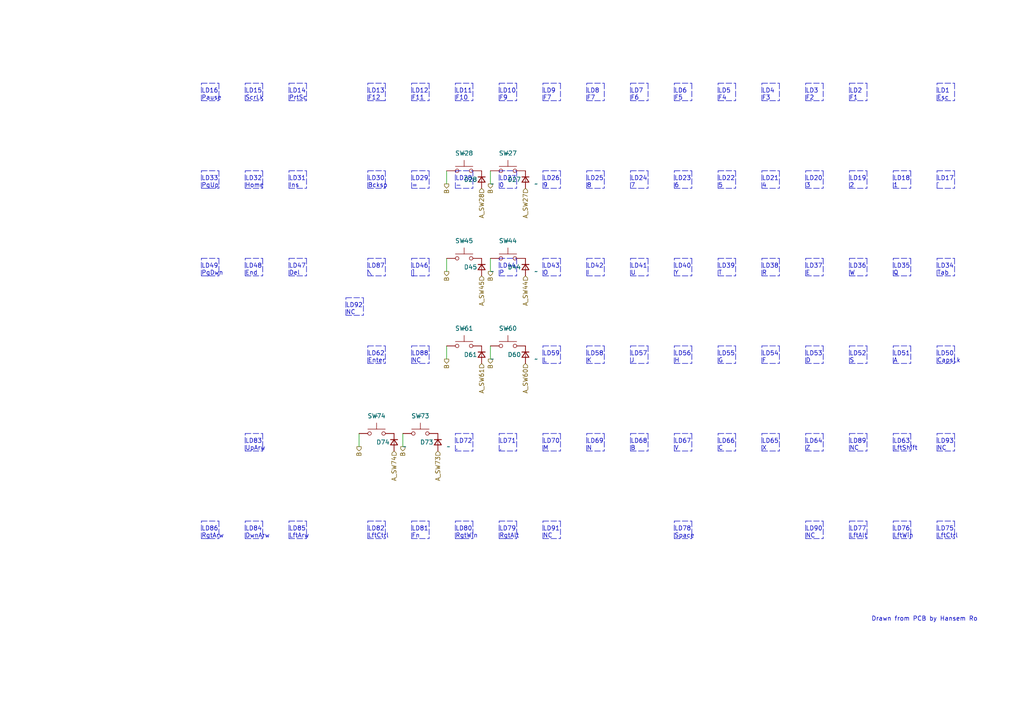
<source format=kicad_sch>
(kicad_sch (version 20211123) (generator eeschema)
  (paper "A4")
  (lib_symbols
    (symbol "Device:D_Small" (pin_numbers hide) (pin_names (offset 0.254) hide)
      (property "Reference" "D" (at -1.27 2.032 0))
      (property "Value" "D_Small" (at -3.81 -2.032 0))
      (symbol "D_Small_0_1"
        (polyline (pts (xy -0.762 -1.016) (xy -0.762 1.016)) (stroke (width 0.254)))
        (polyline (pts (xy -0.762 0) (xy 0.762 0)))
        (polyline (pts (xy 0.762 -1.016) (xy -0.762 0) (xy 0.762 1.016) (xy 0.762 -1.016)) (stroke (width 0.254)))
      )
      (symbol "D_Small_1_1"
        (pin passive line (at -2.54 0 0) (length 1.778) (name "K") (number "1"))
        (pin passive line (at 2.54 0 180) (length 1.778) (name "A") (number "2"))
      )
    )
    (symbol "Switch:SW_Push" (pin_numbers hide) (pin_names (offset 1.016) hide)
      (property "Reference" "SW" (at 1.27 2.54 0))
      (property "Value" "SW_Push" (at 0 -1.524 0))
      (symbol "SW_Push_0_1"
        (circle (center -2.032 0) (radius 0.508))
        (polyline (pts (xy 0 1.27) (xy 0 3.048)))
        (polyline (pts (xy 2.54 1.27) (xy -2.54 1.27)))
        (circle (center 2.032 0) (radius 0.508))
        (pin passive line (at -5.08 0 0) (length 2.54) (name "1") (number "1"))
        (pin passive line (at 5.08 0 180) (length 2.54) (name "2") (number "2"))
      )
    )
  )
  (polyline (pts (xy 226.06 125.73) (xy 226.06 130.81)))
  (polyline (pts (xy 119.38 156.21) (xy 124.46 156.21)))
  (polyline (pts (xy 276.86 151.13) (xy 276.86 156.21)))
  (polyline (pts (xy 271.78 151.13) (xy 276.86 151.13)))
  (polyline (pts (xy 259.08 49.53) (xy 264.16 49.53)))
  (polyline (pts (xy 220.98 24.13) (xy 226.06 24.13)))
  (polyline (pts (xy 226.06 49.53) (xy 226.06 54.61)))
  (polyline (pts (xy 187.96 100.33) (xy 187.96 105.41)))
  (polyline (pts (xy 271.78 80.01) (xy 276.86 80.01)))
  (polyline (pts (xy 157.48 151.13) (xy 162.56 151.13)))
  (polyline (pts (xy 83.82 54.61) (xy 83.82 49.53)))
  (wire (pts (xy 116.84 125.73) (xy 116.84 129.54)))
  (polyline (pts (xy 170.18 130.81) (xy 175.26 130.81)))
  (polyline (pts (xy 175.26 49.53) (xy 175.26 54.61)))
  (polyline (pts (xy 259.08 105.41) (xy 264.16 105.41)))
  (polyline (pts (xy 264.16 151.13) (xy 264.16 156.21)))
  (polyline (pts (xy 233.68 54.61) (xy 238.76 54.61)))
  (polyline (pts (xy 119.38 80.01) (xy 124.46 80.01)))
  (polyline (pts (xy 259.08 80.01) (xy 264.16 80.01)))
  (polyline (pts (xy 271.78 80.01) (xy 271.78 74.93)))
  (polyline (pts (xy 106.68 105.41) (xy 111.76 105.41)))
  (wire (pts (xy 129.54 49.53) (xy 129.54 53.34)))
  (polyline (pts (xy 157.48 54.61) (xy 157.48 49.53)))
  (polyline (pts (xy 195.58 125.73) (xy 200.66 125.73)))
  (polyline (pts (xy 200.66 49.53) (xy 200.66 54.61)))
  (polyline (pts (xy 137.16 24.13) (xy 137.16 29.21)))
  (polyline (pts (xy 195.58 80.01) (xy 195.58 74.93)))
  (polyline (pts (xy 195.58 105.41) (xy 200.66 105.41)))
  (polyline (pts (xy 119.38 151.13) (xy 124.46 151.13)))
  (polyline (pts (xy 208.28 105.41) (xy 213.36 105.41)))
  (polyline (pts (xy 170.18 29.21) (xy 170.18 24.13)))
  (polyline (pts (xy 246.38 80.01) (xy 251.46 80.01)))
  (polyline (pts (xy 157.48 24.13) (xy 162.56 24.13)))
  (polyline (pts (xy 132.08 24.13) (xy 137.16 24.13)))
  (polyline (pts (xy 220.98 49.53) (xy 226.06 49.53)))
  (polyline (pts (xy 144.78 130.81) (xy 149.86 130.81)))
  (polyline (pts (xy 208.28 130.81) (xy 213.36 130.81)))
  (polyline (pts (xy 195.58 54.61) (xy 195.58 49.53)))
  (polyline (pts (xy 170.18 29.21) (xy 175.26 29.21)))
  (polyline (pts (xy 195.58 130.81) (xy 195.58 125.73)))
  (polyline (pts (xy 182.88 54.61) (xy 182.88 49.53)))
  (wire (pts (xy 142.24 49.53) (xy 142.24 53.34)))
  (polyline (pts (xy 246.38 49.53) (xy 251.46 49.53)))
  (polyline (pts (xy 170.18 105.41) (xy 175.26 105.41)))
  (polyline (pts (xy 182.88 105.41) (xy 187.96 105.41)))
  (polyline (pts (xy 144.78 80.01) (xy 149.86 80.01)))
  (polyline (pts (xy 157.48 130.81) (xy 157.48 125.73)))
  (polyline (pts (xy 271.78 24.13) (xy 276.86 24.13)))
  (polyline (pts (xy 88.9 74.93) (xy 88.9 80.01)))
  (polyline (pts (xy 170.18 54.61) (xy 170.18 49.53)))
  (polyline (pts (xy 149.86 49.53) (xy 149.86 54.61)))
  (polyline (pts (xy 251.46 125.73) (xy 251.46 130.81)))
  (polyline (pts (xy 233.68 151.13) (xy 238.76 151.13)))
  (polyline (pts (xy 208.28 130.81) (xy 208.28 125.73)))
  (polyline (pts (xy 106.68 54.61) (xy 106.68 49.53)))
  (polyline (pts (xy 271.78 105.41) (xy 276.86 105.41)))
  (polyline (pts (xy 195.58 130.81) (xy 200.66 130.81)))
  (polyline (pts (xy 208.28 29.21) (xy 213.36 29.21)))
  (polyline (pts (xy 233.68 49.53) (xy 238.76 49.53)))
  (polyline (pts (xy 144.78 80.01) (xy 144.78 74.93)))
  (polyline (pts (xy 106.68 29.21) (xy 106.68 24.13)))
  (polyline (pts (xy 276.86 24.13) (xy 276.86 29.21)))
  (polyline (pts (xy 246.38 54.61) (xy 251.46 54.61)))
  (polyline (pts (xy 88.9 24.13) (xy 88.9 29.21)))
  (polyline (pts (xy 233.68 29.21) (xy 238.76 29.21)))
  (polyline (pts (xy 213.36 125.73) (xy 213.36 130.81)))
  (polyline (pts (xy 58.42 29.21) (xy 63.5 29.21)))
  (polyline (pts (xy 233.68 54.61) (xy 233.68 49.53)))
  (polyline (pts (xy 58.42 151.13) (xy 63.5 151.13)))
  (polyline (pts (xy 208.28 24.13) (xy 213.36 24.13)))
  (polyline (pts (xy 76.2 125.73) (xy 76.2 130.81)))
  (polyline (pts (xy 71.12 54.61) (xy 76.2 54.61)))
  (polyline (pts (xy 213.36 49.53) (xy 213.36 54.61)))
  (polyline (pts (xy 233.68 74.93) (xy 238.76 74.93)))
  (polyline (pts (xy 259.08 130.81) (xy 259.08 125.73)))
  (polyline (pts (xy 220.98 105.41) (xy 220.98 100.33)))
  (polyline (pts (xy 106.68 80.01) (xy 106.68 74.93)))
  (polyline (pts (xy 124.46 74.93) (xy 124.46 80.01)))
  (polyline (pts (xy 105.41 86.36) (xy 105.41 91.44)))
  (polyline (pts (xy 259.08 156.21) (xy 259.08 151.13)))
  (polyline (pts (xy 200.66 125.73) (xy 200.66 130.81)))
  (polyline (pts (xy 88.9 49.53) (xy 88.9 54.61)))
  (polyline (pts (xy 238.76 151.13) (xy 238.76 156.21)))
  (polyline (pts (xy 157.48 105.41) (xy 162.56 105.41)))
  (polyline (pts (xy 246.38 29.21) (xy 251.46 29.21)))
  (polyline (pts (xy 220.98 105.41) (xy 226.06 105.41)))
  (polyline (pts (xy 246.38 105.41) (xy 251.46 105.41)))
  (polyline (pts (xy 58.42 24.13) (xy 63.5 24.13)))
  (polyline (pts (xy 100.33 86.36) (xy 105.41 86.36)))
  (polyline (pts (xy 271.78 130.81) (xy 271.78 125.73)))
  (polyline (pts (xy 132.08 130.81) (xy 132.08 125.73)))
  (polyline (pts (xy 111.76 24.13) (xy 111.76 29.21)))
  (polyline (pts (xy 170.18 130.81) (xy 170.18 125.73)))
  (polyline (pts (xy 238.76 74.93) (xy 238.76 80.01)))
  (polyline (pts (xy 106.68 80.01) (xy 111.76 80.01)))
  (polyline (pts (xy 144.78 54.61) (xy 149.86 54.61)))
  (polyline (pts (xy 271.78 54.61) (xy 276.86 54.61)))
  (polyline (pts (xy 124.46 24.13) (xy 124.46 29.21)))
  (polyline (pts (xy 124.46 49.53) (xy 124.46 54.61)))
  (polyline (pts (xy 71.12 125.73) (xy 76.2 125.73)))
  (polyline (pts (xy 76.2 74.93) (xy 76.2 80.01)))
  (polyline (pts (xy 157.48 156.21) (xy 162.56 156.21)))
  (polyline (pts (xy 182.88 29.21) (xy 187.96 29.21)))
  (polyline (pts (xy 208.28 49.53) (xy 213.36 49.53)))
  (polyline (pts (xy 162.56 49.53) (xy 162.56 54.61)))
  (wire (pts (xy 142.24 100.33) (xy 142.24 104.14)))
  (wire (pts (xy 142.24 74.93) (xy 142.24 78.74)))
  (polyline (pts (xy 76.2 24.13) (xy 76.2 29.21)))
  (polyline (pts (xy 132.08 54.61) (xy 132.08 49.53)))
  (polyline (pts (xy 144.78 49.53) (xy 149.86 49.53)))
  (polyline (pts (xy 276.86 74.93) (xy 276.86 80.01)))
  (polyline (pts (xy 187.96 74.93) (xy 187.96 80.01)))
  (polyline (pts (xy 132.08 49.53) (xy 137.16 49.53)))
  (polyline (pts (xy 83.82 151.13) (xy 88.9 151.13)))
  (polyline (pts (xy 251.46 74.93) (xy 251.46 80.01)))
  (polyline (pts (xy 149.86 74.93) (xy 149.86 80.01)))
  (polyline (pts (xy 200.66 74.93) (xy 200.66 80.01)))
  (polyline (pts (xy 71.12 130.81) (xy 76.2 130.81)))
  (polyline (pts (xy 119.38 100.33) (xy 124.46 100.33)))
  (polyline (pts (xy 111.76 29.21) (xy 110.49 29.21)))
  (polyline (pts (xy 71.12 49.53) (xy 76.2 49.53)))
  (polyline (pts (xy 58.42 74.93) (xy 63.5 74.93)))
  (polyline (pts (xy 71.12 156.21) (xy 76.2 156.21)))
  (polyline (pts (xy 195.58 156.21) (xy 195.58 151.13)))
  (polyline (pts (xy 208.28 74.93) (xy 213.36 74.93)))
  (polyline (pts (xy 246.38 156.21) (xy 246.38 151.13)))
  (polyline (pts (xy 170.18 100.33) (xy 175.26 100.33)))
  (polyline (pts (xy 233.68 80.01) (xy 233.68 74.93)))
  (polyline (pts (xy 157.48 29.21) (xy 157.48 24.13)))
  (polyline (pts (xy 182.88 74.93) (xy 187.96 74.93)))
  (polyline (pts (xy 83.82 156.21) (xy 88.9 156.21)))
  (polyline (pts (xy 233.68 125.73) (xy 238.76 125.73)))
  (polyline (pts (xy 246.38 74.93) (xy 251.46 74.93)))
  (polyline (pts (xy 195.58 74.93) (xy 200.66 74.93)))
  (polyline (pts (xy 106.68 105.41) (xy 106.68 100.33)))
  (polyline (pts (xy 220.98 80.01) (xy 220.98 74.93)))
  (polyline (pts (xy 132.08 29.21) (xy 132.08 24.13)))
  (polyline (pts (xy 111.76 74.93) (xy 111.76 80.01)))
  (polyline (pts (xy 271.78 74.93) (xy 276.86 74.93)))
  (polyline (pts (xy 132.08 130.81) (xy 137.16 130.81)))
  (polyline (pts (xy 195.58 49.53) (xy 200.66 49.53)))
  (polyline (pts (xy 175.26 74.93) (xy 175.26 80.01)))
  (polyline (pts (xy 170.18 80.01) (xy 175.26 80.01)))
  (polyline (pts (xy 71.12 29.21) (xy 71.12 24.13)))
  (polyline (pts (xy 246.38 125.73) (xy 251.46 125.73)))
  (polyline (pts (xy 58.42 29.21) (xy 58.42 24.13)))
  (polyline (pts (xy 106.68 151.13) (xy 111.76 151.13)))
  (polyline (pts (xy 106.68 156.21) (xy 111.76 156.21)))
  (polyline (pts (xy 137.16 151.13) (xy 137.16 156.21)))
  (polyline (pts (xy 157.48 80.01) (xy 162.56 80.01)))
  (polyline (pts (xy 271.78 100.33) (xy 276.86 100.33)))
  (polyline (pts (xy 71.12 54.61) (xy 71.12 49.53)))
  (polyline (pts (xy 208.28 80.01) (xy 208.28 74.93)))
  (polyline (pts (xy 119.38 105.41) (xy 119.38 100.33)))
  (polyline (pts (xy 226.06 100.33) (xy 226.06 105.41)))
  (polyline (pts (xy 83.82 74.93) (xy 88.9 74.93)))
  (polyline (pts (xy 157.48 29.21) (xy 162.56 29.21)))
  (polyline (pts (xy 182.88 130.81) (xy 187.96 130.81)))
  (polyline (pts (xy 238.76 125.73) (xy 238.76 130.81)))
  (polyline (pts (xy 170.18 24.13) (xy 175.26 24.13)))
  (polyline (pts (xy 170.18 54.61) (xy 175.26 54.61)))
  (polyline (pts (xy 233.68 100.33) (xy 238.76 100.33)))
  (polyline (pts (xy 200.66 151.13) (xy 200.66 156.21)))
  (polyline (pts (xy 157.48 125.73) (xy 162.56 125.73)))
  (polyline (pts (xy 144.78 29.21) (xy 149.86 29.21)))
  (polyline (pts (xy 271.78 54.61) (xy 271.78 49.53)))
  (polyline (pts (xy 88.9 151.13) (xy 88.9 156.21)))
  (polyline (pts (xy 83.82 54.61) (xy 88.9 54.61)))
  (polyline (pts (xy 170.18 125.73) (xy 175.26 125.73)))
  (polyline (pts (xy 271.78 156.21) (xy 271.78 151.13)))
  (polyline (pts (xy 58.42 49.53) (xy 63.5 49.53)))
  (polyline (pts (xy 271.78 29.21) (xy 276.86 29.21)))
  (polyline (pts (xy 63.5 151.13) (xy 63.5 156.21)))
  (polyline (pts (xy 246.38 130.81) (xy 246.38 125.73)))
  (polyline (pts (xy 251.46 49.53) (xy 251.46 54.61)))
  (polyline (pts (xy 71.12 29.21) (xy 76.2 29.21)))
  (polyline (pts (xy 246.38 130.81) (xy 251.46 130.81)))
  (polyline (pts (xy 200.66 100.33) (xy 200.66 105.41)))
  (polyline (pts (xy 187.96 125.73) (xy 187.96 130.81)))
  (polyline (pts (xy 271.78 130.81) (xy 276.86 130.81)))
  (polyline (pts (xy 233.68 156.21) (xy 233.68 151.13)))
  (polyline (pts (xy 220.98 54.61) (xy 220.98 49.53)))
  (polyline (pts (xy 162.56 151.13) (xy 162.56 156.21)))
  (polyline (pts (xy 63.5 74.93) (xy 63.5 80.01)))
  (polyline (pts (xy 182.88 125.73) (xy 187.96 125.73)))
  (polyline (pts (xy 271.78 29.21) (xy 271.78 24.13)))
  (polyline (pts (xy 132.08 151.13) (xy 137.16 151.13)))
  (polyline (pts (xy 149.86 24.13) (xy 149.86 29.21)))
  (polyline (pts (xy 124.46 151.13) (xy 124.46 156.21)))
  (polyline (pts (xy 58.42 80.01) (xy 58.42 74.93)))
  (polyline (pts (xy 182.88 49.53) (xy 187.96 49.53)))
  (polyline (pts (xy 187.96 24.13) (xy 187.96 29.21)))
  (polyline (pts (xy 200.66 24.13) (xy 200.66 29.21)))
  (polyline (pts (xy 58.42 54.61) (xy 58.42 49.53)))
  (polyline (pts (xy 157.48 49.53) (xy 162.56 49.53)))
  (polyline (pts (xy 195.58 156.21) (xy 200.66 156.21)))
  (polyline (pts (xy 220.98 74.93) (xy 226.06 74.93)))
  (polyline (pts (xy 83.82 80.01) (xy 88.9 80.01)))
  (polyline (pts (xy 220.98 125.73) (xy 226.06 125.73)))
  (polyline (pts (xy 195.58 54.61) (xy 200.66 54.61)))
  (polyline (pts (xy 106.68 156.21) (xy 106.68 151.13)))
  (polyline (pts (xy 58.42 156.21) (xy 63.5 156.21)))
  (polyline (pts (xy 233.68 80.01) (xy 238.76 80.01)))
  (polyline (pts (xy 259.08 125.73) (xy 264.16 125.73)))
  (polyline (pts (xy 182.88 54.61) (xy 187.96 54.61)))
  (polyline (pts (xy 71.12 24.13) (xy 76.2 24.13)))
  (polyline (pts (xy 157.48 54.61) (xy 162.56 54.61)))
  (polyline (pts (xy 162.56 74.93) (xy 162.56 80.01)))
  (polyline (pts (xy 124.46 100.33) (xy 124.46 105.41)))
  (polyline (pts (xy 63.5 24.13) (xy 63.5 29.21)))
  (polyline (pts (xy 246.38 80.01) (xy 246.38 74.93)))
  (polyline (pts (xy 220.98 29.21) (xy 220.98 24.13)))
  (polyline (pts (xy 182.88 80.01) (xy 187.96 80.01)))
  (polyline (pts (xy 157.48 100.33) (xy 162.56 100.33)))
  (polyline (pts (xy 182.88 100.33) (xy 187.96 100.33)))
  (polyline (pts (xy 195.58 100.33) (xy 200.66 100.33)))
  (polyline (pts (xy 182.88 24.13) (xy 187.96 24.13)))
  (polyline (pts (xy 162.56 125.73) (xy 162.56 130.81)))
  (polyline (pts (xy 264.16 100.33) (xy 264.16 105.41)))
  (polyline (pts (xy 106.68 74.93) (xy 111.76 74.93)))
  (polyline (pts (xy 144.78 156.21) (xy 144.78 151.13)))
  (polyline (pts (xy 233.68 29.21) (xy 233.68 24.13)))
  (polyline (pts (xy 246.38 105.41) (xy 246.38 100.33)))
  (polyline (pts (xy 71.12 80.01) (xy 71.12 74.93)))
  (polyline (pts (xy 208.28 125.73) (xy 213.36 125.73)))
  (polyline (pts (xy 106.68 49.53) (xy 111.76 49.53)))
  (polyline (pts (xy 271.78 105.41) (xy 271.78 100.33)))
  (polyline (pts (xy 264.16 74.93) (xy 264.16 80.01)))
  (polyline (pts (xy 106.68 29.21) (xy 111.76 29.21)))
  (polyline (pts (xy 144.78 130.81) (xy 144.78 125.73)))
  (polyline (pts (xy 106.68 54.61) (xy 111.76 54.61)))
  (polyline (pts (xy 76.2 49.53) (xy 76.2 54.61)))
  (polyline (pts (xy 233.68 130.81) (xy 233.68 125.73)))
  (polyline (pts (xy 132.08 156.21) (xy 132.08 151.13)))
  (polyline (pts (xy 238.76 24.13) (xy 238.76 29.21)))
  (polyline (pts (xy 58.42 54.61) (xy 63.5 54.61)))
  (polyline (pts (xy 144.78 156.21) (xy 149.86 156.21)))
  (polyline (pts (xy 238.76 49.53) (xy 238.76 54.61)))
  (polyline (pts (xy 119.38 24.13) (xy 124.46 24.13)))
  (polyline (pts (xy 259.08 130.81) (xy 264.16 130.81)))
  (polyline (pts (xy 195.58 24.13) (xy 200.66 24.13)))
  (polyline (pts (xy 271.78 156.21) (xy 276.86 156.21)))
  (polyline (pts (xy 144.78 24.13) (xy 149.86 24.13)))
  (polyline (pts (xy 259.08 151.13) (xy 264.16 151.13)))
  (polyline (pts (xy 220.98 80.01) (xy 226.06 80.01)))
  (polyline (pts (xy 76.2 151.13) (xy 76.2 156.21)))
  (polyline (pts (xy 259.08 54.61) (xy 264.16 54.61)))
  (polyline (pts (xy 182.88 29.21) (xy 182.88 24.13)))
  (polyline (pts (xy 144.78 54.61) (xy 144.78 49.53)))
  (polyline (pts (xy 220.98 100.33) (xy 226.06 100.33)))
  (polyline (pts (xy 157.48 74.93) (xy 162.56 74.93)))
  (polyline (pts (xy 195.58 80.01) (xy 200.66 80.01)))
  (polyline (pts (xy 119.38 29.21) (xy 119.38 24.13)))
  (polyline (pts (xy 119.38 54.61) (xy 124.46 54.61)))
  (polyline (pts (xy 137.16 125.73) (xy 137.16 130.81)))
  (polyline (pts (xy 246.38 156.21) (xy 251.46 156.21)))
  (polyline (pts (xy 119.38 54.61) (xy 119.38 49.53)))
  (polyline (pts (xy 83.82 156.21) (xy 83.82 151.13)))
  (polyline (pts (xy 195.58 29.21) (xy 200.66 29.21)))
  (polyline (pts (xy 111.76 100.33) (xy 111.76 105.41)))
  (polyline (pts (xy 251.46 100.33) (xy 251.46 105.41)))
  (polyline (pts (xy 157.48 80.01) (xy 157.48 74.93)))
  (polyline (pts (xy 83.82 49.53) (xy 88.9 49.53)))
  (polyline (pts (xy 233.68 24.13) (xy 238.76 24.13)))
  (polyline (pts (xy 111.76 49.53) (xy 111.76 54.61)))
  (polyline (pts (xy 246.38 151.13) (xy 251.46 151.13)))
  (polyline (pts (xy 259.08 80.01) (xy 259.08 74.93)))
  (polyline (pts (xy 233.68 105.41) (xy 233.68 100.33)))
  (polyline (pts (xy 58.42 80.01) (xy 63.5 80.01)))
  (polyline (pts (xy 132.08 156.21) (xy 137.16 156.21)))
  (polyline (pts (xy 162.56 100.33) (xy 162.56 105.41)))
  (polyline (pts (xy 213.36 24.13) (xy 213.36 29.21)))
  (polyline (pts (xy 175.26 100.33) (xy 175.26 105.41)))
  (polyline (pts (xy 119.38 74.93) (xy 124.46 74.93)))
  (polyline (pts (xy 144.78 125.73) (xy 149.86 125.73)))
  (polyline (pts (xy 182.88 80.01) (xy 182.88 74.93)))
  (polyline (pts (xy 246.38 24.13) (xy 251.46 24.13)))
  (polyline (pts (xy 246.38 54.61) (xy 246.38 49.53)))
  (polyline (pts (xy 276.86 100.33) (xy 276.86 105.41)))
  (polyline (pts (xy 213.36 100.33) (xy 213.36 105.41)))
  (polyline (pts (xy 149.86 151.13) (xy 149.86 156.21)))
  (polyline (pts (xy 170.18 80.01) (xy 170.18 74.93)))
  (polyline (pts (xy 119.38 156.21) (xy 119.38 151.13)))
  (polyline (pts (xy 271.78 125.73) (xy 276.86 125.73)))
  (polyline (pts (xy 208.28 54.61) (xy 213.36 54.61)))
  (polyline (pts (xy 83.82 29.21) (xy 83.82 24.13)))
  (polyline (pts (xy 157.48 130.81) (xy 162.56 130.81)))
  (polyline (pts (xy 195.58 151.13) (xy 200.66 151.13)))
  (polyline (pts (xy 175.26 125.73) (xy 175.26 130.81)))
  (polyline (pts (xy 220.98 130.81) (xy 226.06 130.81)))
  (polyline (pts (xy 71.12 151.13) (xy 76.2 151.13)))
  (polyline (pts (xy 182.88 130.81) (xy 182.88 125.73)))
  (polyline (pts (xy 220.98 29.21) (xy 226.06 29.21)))
  (polyline (pts (xy 132.08 54.61) (xy 137.16 54.61)))
  (polyline (pts (xy 170.18 74.93) (xy 175.26 74.93)))
  (polyline (pts (xy 119.38 29.21) (xy 124.46 29.21)))
  (polyline (pts (xy 132.08 125.73) (xy 137.16 125.73)))
  (polyline (pts (xy 259.08 100.33) (xy 264.16 100.33)))
  (polyline (pts (xy 106.68 100.33) (xy 111.76 100.33)))
  (wire (pts (xy 104.14 125.73) (xy 104.14 129.54)))
  (polyline (pts (xy 144.78 151.13) (xy 149.86 151.13)))
  (polyline (pts (xy 111.76 151.13) (xy 111.76 156.21)))
  (polyline (pts (xy 233.68 130.81) (xy 238.76 130.81)))
  (polyline (pts (xy 208.28 29.21) (xy 208.28 24.13)))
  (polyline (pts (xy 259.08 54.61) (xy 259.08 49.53)))
  (polyline (pts (xy 157.48 156.21) (xy 157.48 151.13)))
  (polyline (pts (xy 251.46 24.13) (xy 251.46 29.21)))
  (polyline (pts (xy 187.96 49.53) (xy 187.96 54.61)))
  (polyline (pts (xy 246.38 29.21) (xy 246.38 24.13)))
  (polyline (pts (xy 119.38 49.53) (xy 124.46 49.53)))
  (polyline (pts (xy 71.12 156.21) (xy 71.12 151.13)))
  (polyline (pts (xy 226.06 24.13) (xy 226.06 29.21)))
  (polyline (pts (xy 259.08 156.21) (xy 264.16 156.21)))
  (polyline (pts (xy 220.98 130.81) (xy 220.98 125.73)))
  (polyline (pts (xy 238.76 100.33) (xy 238.76 105.41)))
  (polyline (pts (xy 119.38 105.41) (xy 124.46 105.41)))
  (polyline (pts (xy 264.16 125.73) (xy 264.16 130.81)))
  (polyline (pts (xy 233.68 105.41) (xy 238.76 105.41)))
  (polyline (pts (xy 208.28 100.33) (xy 213.36 100.33)))
  (polyline (pts (xy 71.12 74.93) (xy 76.2 74.93)))
  (polyline (pts (xy 251.46 151.13) (xy 251.46 156.21)))
  (polyline (pts (xy 71.12 130.81) (xy 71.12 125.73)))
  (polyline (pts (xy 83.82 80.01) (xy 83.82 74.93)))
  (polyline (pts (xy 119.38 80.01) (xy 119.38 74.93)))
  (polyline (pts (xy 276.86 49.53) (xy 276.86 54.61)))
  (polyline (pts (xy 195.58 105.41) (xy 195.58 100.33)))
  (polyline (pts (xy 259.08 74.93) (xy 264.16 74.93)))
  (polyline (pts (xy 83.82 29.21) (xy 88.9 29.21)))
  (polyline (pts (xy 100.33 91.44) (xy 100.33 86.36)))
  (polyline (pts (xy 58.42 156.21) (xy 58.42 151.13)))
  (polyline (pts (xy 157.48 105.41) (xy 157.48 100.33)))
  (polyline (pts (xy 233.68 156.21) (xy 238.76 156.21)))
  (polyline (pts (xy 175.26 24.13) (xy 175.26 29.21)))
  (polyline (pts (xy 220.98 54.61) (xy 226.06 54.61)))
  (polyline (pts (xy 208.28 80.01) (xy 213.36 80.01)))
  (wire (pts (xy 129.54 74.93) (xy 129.54 78.74)))
  (polyline (pts (xy 246.38 100.33) (xy 251.46 100.33)))
  (polyline (pts (xy 195.58 29.21) (xy 195.58 24.13)))
  (polyline (pts (xy 149.86 125.73) (xy 149.86 130.81)))
  (polyline (pts (xy 208.28 54.61) (xy 208.28 49.53)))
  (polyline (pts (xy 271.78 49.53) (xy 276.86 49.53)))
  (polyline (pts (xy 83.82 24.13) (xy 88.9 24.13)))
  (polyline (pts (xy 170.18 105.41) (xy 170.18 100.33)))
  (polyline (pts (xy 63.5 49.53) (xy 63.5 54.61)))
  (polyline (pts (xy 226.06 74.93) (xy 226.06 80.01)))
  (polyline (pts (xy 100.33 91.44) (xy 105.41 91.44)))
  (polyline (pts (xy 162.56 24.13) (xy 162.56 29.21)))
  (polyline (pts (xy 137.16 49.53) (xy 137.16 54.61)))
  (polyline (pts (xy 144.78 29.21) (xy 144.78 24.13)))
  (polyline (pts (xy 259.08 105.41) (xy 259.08 100.33)))
  (polyline (pts (xy 106.68 24.13) (xy 111.76 24.13)))
  (polyline (pts (xy 170.18 49.53) (xy 175.26 49.53)))
  (polyline (pts (xy 182.88 105.41) (xy 182.88 100.33)))
  (polyline (pts (xy 276.86 125.73) (xy 276.86 130.81)))
  (polyline (pts (xy 132.08 29.21) (xy 137.16 29.21)))
  (polyline (pts (xy 264.16 49.53) (xy 264.16 54.61)))
  (polyline (pts (xy 144.78 74.93) (xy 149.86 74.93)))
  (polyline (pts (xy 213.36 74.93) (xy 213.36 80.01)))
  (polyline (pts (xy 71.12 80.01) (xy 76.2 80.01)))
  (wire (pts (xy 129.54 100.33) (xy 129.54 104.14)))
  (polyline (pts (xy 208.28 105.41) (xy 208.28 100.33)))
  (text "LD31\nIns" (at 83.82 54.61 0) (effects (font (size 1.27 1.27)) (justify left bottom)))
  (text "LD13\nF12" (at 106.68 29.21 0) (effects (font (size 1.27 1.27)) (justify left bottom)))
  (text "LD20\n3" (at 233.68 54.61 0) (effects (font (size 1.27 1.27)) (justify left bottom)))
  (text "LD67\nV" (at 195.58 130.81 0) (effects (font (size 1.27 1.27)) (justify left bottom)))
  (text "LD55\nG" (at 208.28 105.41 0) (effects (font (size 1.27 1.27)) (justify left bottom)))
  (text "LD88\nNC" (at 119.38 105.41 0) (effects (font (size 1.27 1.27)) (justify left bottom)))
  (text "LD65\nX" (at 220.98 130.81 0) (effects (font (size 1.27 1.27)) (justify left bottom)))
  (text "LD32\nHome" (at 71.12 54.61 0) (effects (font (size 1.27 1.27)) (justify left bottom)))
  (text "LD54\nF" (at 220.98 105.41 0) (effects (font (size 1.27 1.27)) (justify left bottom)))
  (text "LD10\nF9" (at 144.78 29.21 0) (effects (font (size 1.27 1.27)) (justify left bottom)))
  (text "LD64\nZ" (at 233.68 130.81 0) (effects (font (size 1.27 1.27)) (justify left bottom)))
  (text "LD87\n\\" (at 106.68 80.01 0) (effects (font (size 1.27 1.27)) (justify left bottom)))
  (text "LD27\n0" (at 144.78 54.61 0) (effects (font (size 1.27 1.27)) (justify left bottom)))
  (text "LD66\nC" (at 208.28 130.81 0) (effects (font (size 1.27 1.27)) (justify left bottom)))
  (text "LD56\nH" (at 195.58 105.41 0) (effects (font (size 1.27 1.27)) (justify left bottom)))
  (text "LD11\nF10" (at 132.08 29.21 0) (effects (font (size 1.27 1.27)) (justify left bottom)))
  (text "LD19\n2" (at 246.38 54.61 0) (effects (font (size 1.27 1.27)) (justify left bottom)))
  (text "LD58\nK" (at 170.18 105.41 0) (effects (font (size 1.27 1.27)) (justify left bottom)))
  (text "LD79\nRgtAlt" (at 144.78 156.21 0) (effects (font (size 1.27 1.27)) (justify left bottom)))
  (text "LD30\nBcksp" (at 106.68 54.61 0) (effects (font (size 1.27 1.27)) (justify left bottom)))
  (text "LD24\n7" (at 182.88 54.61 0) (effects (font (size 1.27 1.27)) (justify left bottom)))
  (text "LD36\nW" (at 246.38 80.01 0) (effects (font (size 1.27 1.27)) (justify left bottom)))
  (text "LD51\nA" (at 259.08 105.41 0) (effects (font (size 1.27 1.27)) (justify left bottom)))
  (text "LD35\nQ" (at 259.08 80.01 0) (effects (font (size 1.27 1.27)) (justify left bottom)))
  (text "LD72\n." (at 132.08 130.81 0) (effects (font (size 1.27 1.27)) (justify left bottom)))
  (text "LD4\nF3" (at 220.98 29.21 0) (effects (font (size 1.27 1.27)) (justify left bottom)))
  (text "LD15\nScrLk" (at 71.12 29.21 0) (effects (font (size 1.27 1.27)) (justify left bottom)))
  (text "LD59\nL" (at 157.48 105.41 0) (effects (font (size 1.27 1.27)) (justify left bottom)))
  (text "LD57\nJ" (at 182.88 105.41 0) (effects (font (size 1.27 1.27)) (justify left bottom)))
  (text "LD40\nY" (at 195.58 80.01 0) (effects (font (size 1.27 1.27)) (justify left bottom)))
  (text "LD6\nF5" (at 195.58 29.21 0) (effects (font (size 1.27 1.27)) (justify left bottom)))
  (text "Drawn from PCB by Hansem Ro" (at 252.73 180.34 0) (effects (font (size 1.27 1.27)) (justify left bottom)))
  (text "LD80\nRgtWin" (at 132.08 156.21 0) (effects (font (size 1.27 1.27)) (justify left bottom)))
  (text "LD50\nCapsLk" (at 271.78 105.41 0) (effects (font (size 1.27 1.27)) (justify left bottom)))
  (text "LD70\nM" (at 157.48 130.81 0) (effects (font (size 1.27 1.27)) (justify left bottom)))
  (text "LD38\nR" (at 220.98 80.01 0) (effects (font (size 1.27 1.27)) (justify left bottom)))
  (text "LD7\nF6" (at 182.88 29.21 0) (effects (font (size 1.27 1.27)) (justify left bottom)))
  (text "LD9\nF7" (at 157.48 29.21 0) (effects (font (size 1.27 1.27)) (justify left bottom)))
  (text "LD84\nDwnArw" (at 71.12 156.21 0) (effects (font (size 1.27 1.27)) (justify left bottom)))
  (text "LD17\n`" (at 271.78 54.61 0) (effects (font (size 1.27 1.27)) (justify left bottom)))
  (text "LD41\nU" (at 182.88 80.01 0) (effects (font (size 1.27 1.27)) (justify left bottom)))
  (text "LD68\nB" (at 182.88 130.81 0) (effects (font (size 1.27 1.27)) (justify left bottom)))
  (text "LD63\nLftShift" (at 259.08 130.81 0) (effects (font (size 1.27 1.27)) (justify left bottom)))
  (text "LD90\nNC" (at 233.68 156.21 0) (effects (font (size 1.27 1.27)) (justify left bottom)))
  (text "LD26\n9" (at 157.48 54.61 0) (effects (font (size 1.27 1.27)) (justify left bottom)))
  (text "LD42\nI" (at 170.18 80.01 0) (effects (font (size 1.27 1.27)) (justify left bottom)))
  (text "LD18\n1" (at 259.08 54.61 0) (effects (font (size 1.27 1.27)) (justify left bottom)))
  (text "LD48\nEnd" (at 71.12 80.01 0) (effects (font (size 1.27 1.27)) (justify left bottom)))
  (text "LD12\nF11" (at 119.38 29.21 0) (effects (font (size 1.27 1.27)) (justify left bottom)))
  (text "LD76\nLftWin" (at 259.08 156.21 0) (effects (font (size 1.27 1.27)) (justify left bottom)))
  (text "LD46\n]" (at 119.38 80.01 0) (effects (font (size 1.27 1.27)) (justify left bottom)))
  (text "LD86\nRgtArw" (at 58.42 156.21 0) (effects (font (size 1.27 1.27)) (justify left bottom)))
  (text "LD29\n=" (at 119.38 54.61 0) (effects (font (size 1.27 1.27)) (justify left bottom)))
  (text "LD71\n," (at 144.78 130.81 0) (effects (font (size 1.27 1.27)) (justify left bottom)))
  (text "LD37\nE" (at 233.68 80.01 0) (effects (font (size 1.27 1.27)) (justify left bottom)))
  (text "LD89\nNC" (at 246.38 130.81 0) (effects (font (size 1.27 1.27)) (justify left bottom)))
  (text "LD5\nF4" (at 208.28 29.21 0) (effects (font (size 1.27 1.27)) (justify left bottom)))
  (text "LD49\nPgDwn" (at 58.42 80.01 0) (effects (font (size 1.27 1.27)) (justify left bottom)))
  (text "LD14\nPrtSc" (at 83.82 29.21 0) (effects (font (size 1.27 1.27)) (justify left bottom)))
  (text "LD44\nP" (at 144.78 80.01 0) (effects (font (size 1.27 1.27)) (justify left bottom)))
  (text "LD21\n4" (at 220.98 54.61 0) (effects (font (size 1.27 1.27)) (justify left bottom)))
  (text "LD3\nF2" (at 233.68 29.21 0) (effects (font (size 1.27 1.27)) (justify left bottom)))
  (text "LD69\nN" (at 170.18 130.81 0) (effects (font (size 1.27 1.27)) (justify left bottom)))
  (text "LD82\nLftCtrl" (at 106.68 156.21 0) (effects (font (size 1.27 1.27)) (justify left bottom)))
  (text "LD28\n-" (at 132.08 54.61 0) (effects (font (size 1.27 1.27)) (justify left bottom)))
  (text "LD1\nEsc" (at 271.78 29.21 0) (effects (font (size 1.27 1.27)) (justify left bottom)))
  (text "LD81\nFn" (at 119.38 156.21 0) (effects (font (size 1.27 1.27)) (justify left bottom)))
  (text "LD39\nT" (at 208.28 80.01 0) (effects (font (size 1.27 1.27)) (justify left bottom)))
  (text "LD93\nNC" (at 271.78 130.81 0) (effects (font (size 1.27 1.27)) (justify left bottom)))
  (text "LD43\nO" (at 157.48 80.01 0) (effects (font (size 1.27 1.27)) (justify left bottom)))
  (text "LD47\nDel" (at 83.82 80.01 0) (effects (font (size 1.27 1.27)) (justify left bottom)))
  (text "LD52\nS" (at 246.38 105.41 0) (effects (font (size 1.27 1.27)) (justify left bottom)))
  (text "LD33\nPgUp" (at 58.42 54.61 0) (effects (font (size 1.27 1.27)) (justify left bottom)))
  (text "LD2\nF1" (at 246.38 29.21 0) (effects (font (size 1.27 1.27)) (justify left bottom)))
  (text "LD91\nNC" (at 157.48 156.21 0) (effects (font (size 1.27 1.27)) (justify left bottom)))
  (text "LD16\nPause" (at 58.42 29.21 0) (effects (font (size 1.27 1.27)) (justify left bottom)))
  (text "LD83\nUpArw" (at 71.12 130.81 0) (effects (font (size 1.27 1.27)) (justify left bottom)))
  (text "LD53\nD" (at 233.68 105.41 0) (effects (font (size 1.27 1.27)) (justify left bottom)))
  (text "LD8\nF7" (at 170.18 29.21 0) (effects (font (size 1.27 1.27)) (justify left bottom)))
  (text "LD85\nLftArw" (at 83.82 156.21 0) (effects (font (size 1.27 1.27)) (justify left bottom)))
  (text "LD25\n8" (at 170.18 54.61 0) (effects (font (size 1.27 1.27)) (justify left bottom)))
  (text "LD78\nSpace" (at 195.58 156.21 0) (effects (font (size 1.27 1.27)) (justify left bottom)))
  (text "LD34\nTab" (at 271.78 80.01 0) (effects (font (size 1.27 1.27)) (justify left bottom)))
  (text "LD75\nLftCtrl" (at 271.78 156.21 0) (effects (font (size 1.27 1.27)) (justify left bottom)))
  (text "LD92\nNC" (at 100.33 91.44 0) (effects (font (size 1.27 1.27)) (justify left bottom)))
  (text "LD23\n6" (at 195.58 54.61 0) (effects (font (size 1.27 1.27)) (justify left bottom)))
  (text "LD22\n5" (at 208.28 54.61 0) (effects (font (size 1.27 1.27)) (justify left bottom)))
  (text "LD77\nLftAlt" (at 246.38 156.21 0) (effects (font (size 1.27 1.27)) (justify left bottom)))
  (text "LD62\nEnter" (at 106.68 105.41 0) (effects (font (size 1.27 1.27)) (justify left bottom)))
  (hierarchical_label "B" (shape output) (at 142.24 78.74 270))
  (hierarchical_label "A_SW60" (shape input) (at 152.4 105.41 270))
  (hierarchical_label "A_SW74" (shape input) (at 114.3 130.81 270))
  (hierarchical_label "B" (shape output) (at 129.54 53.34 270))
  (hierarchical_label "A_SW28" (shape input) (at 139.7 54.61 270))
  (hierarchical_label "A_SW73" (shape input) (at 127 130.81 270))
  (hierarchical_label "B" (shape output) (at 129.54 104.14 270))
  (hierarchical_label "B" (shape output) (at 104.14 129.54 270))
  (hierarchical_label "B" (shape output) (at 116.84 129.54 270))
  (hierarchical_label "B" (shape output) (at 142.24 53.34 270))
  (hierarchical_label "B" (shape output) (at 129.54 78.74 270))
  (hierarchical_label "B" (shape output) (at 142.24 104.14 270))
  (hierarchical_label "A_SW27" (shape input) (at 152.4 54.61 270))
  (hierarchical_label "A_SW61" (shape input) (at 139.7 105.41 270))
  (hierarchical_label "A_SW44" (shape input) (at 152.4 80.01 270))
  (hierarchical_label "A_SW45" (shape input) (at 139.7 80.01 270))
  (symbol (lib_id "Switch:SW_Push") (at 134.62 49.53 0) (unit 1)
    (property "Reference" "SW28" (at 134.62 44.45 0))
    (property "Value" "~" (at 134.62 44.45 0))
  )
  (symbol (lib_id "Switch:SW_Push") (at 109.22 125.73 0) (unit 1)
    (property "Reference" "SW74" (at 109.22 120.65 0))
    (property "Value" "~" (at 109.22 120.65 0))
  )
  (symbol (lib_id "Switch:SW_Push") (at 147.32 74.93 0) (unit 1)
    (property "Reference" "SW44" (at 147.32 69.85 0))
    (property "Value" "~" (at 147.32 69.85 0))
  )
  (symbol (lib_id "Device:D_Small") (at 139.7 102.87 270) (unit 1)
    (property "Reference" "D61" (at 138.43 102.87 90) (effects (justify right)))
    (property "Value" "~" (at 142.24 104.1399 90) (effects (justify left)))
  )
  (symbol (lib_id "Device:D_Small") (at 139.7 77.47 270) (unit 1)
    (property "Reference" "D45" (at 138.43 77.47 90) (effects (justify right)))
    (property "Value" "~" (at 142.24 78.7399 90) (effects (justify left)))
  )
  (symbol (lib_id "Device:D_Small") (at 127 128.27 270) (unit 1)
    (property "Reference" "D73" (at 125.73 128.27 90) (effects (justify right)))
    (property "Value" "~" (at 129.54 129.5399 90) (effects (justify left)))
  )
  (symbol (lib_id "Switch:SW_Push") (at 121.92 125.73 0) (unit 1)
    (property "Reference" "SW73" (at 121.92 120.65 0))
    (property "Value" "~" (at 121.92 120.65 0))
  )
  (symbol (lib_id "Device:D_Small") (at 114.3 128.27 270) (unit 1)
    (property "Reference" "D74" (at 113.03 128.27 90) (effects (justify right)))
    (property "Value" "~" (at 116.84 129.5399 90) (effects (justify left)))
  )
  (symbol (lib_id "Switch:SW_Push") (at 134.62 100.33 0) (unit 1)
    (property "Reference" "SW61" (at 134.62 95.25 0))
    (property "Value" "~" (at 134.62 95.25 0))
  )
  (symbol (lib_id "Switch:SW_Push") (at 134.62 74.93 0) (unit 1)
    (property "Reference" "SW45" (at 134.62 69.85 0))
    (property "Value" "~" (at 134.62 69.85 0))
  )
  (symbol (lib_id "Device:D_Small") (at 139.7 52.07 270) (unit 1)
    (property "Reference" "D28" (at 138.43 52.07 90) (effects (justify right)))
    (property "Value" "~" (at 142.24 53.3399 90) (effects (justify left)))
  )
  (symbol (lib_id "Device:D_Small") (at 152.4 77.47 270) (unit 1)
    (property "Reference" "D44" (at 151.13 77.47 90) (effects (justify right)))
    (property "Value" "~" (at 154.94 78.7399 90) (effects (justify left)))
  )
  (symbol (lib_id "Device:D_Small") (at 152.4 102.87 270) (unit 1)
    (property "Reference" "D60" (at 151.13 102.87 90) (effects (justify right)))
    (property "Value" "~" (at 154.94 104.1399 90) (effects (justify left)))
  )
  (symbol (lib_id "Device:D_Small") (at 152.4 52.07 270) (unit 1)
    (property "Reference" "D27" (at 151.13 52.07 90) (effects (justify right)))
    (property "Value" "~" (at 154.94 53.3399 90) (effects (justify left)))
  )
  (symbol (lib_id "Switch:SW_Push") (at 147.32 49.53 0) (unit 1)
    (property "Reference" "SW27" (at 147.32 44.45 0))
    (property "Value" "~" (at 147.32 44.45 0))
  )
  (symbol (lib_id "Switch:SW_Push") (at 147.32 100.33 0) (unit 1)
    (property "Reference" "SW60" (at 147.32 95.25 0))
    (property "Value" "~" (at 147.32 95.25 0))
  )
)
</source>
